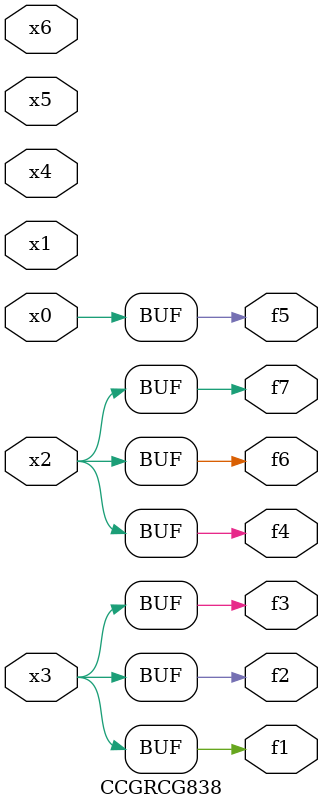
<source format=v>
module CCGRCG838(
	input x0, x1, x2, x3, x4, x5, x6,
	output f1, f2, f3, f4, f5, f6, f7
);
	assign f1 = x3;
	assign f2 = x3;
	assign f3 = x3;
	assign f4 = x2;
	assign f5 = x0;
	assign f6 = x2;
	assign f7 = x2;
endmodule

</source>
